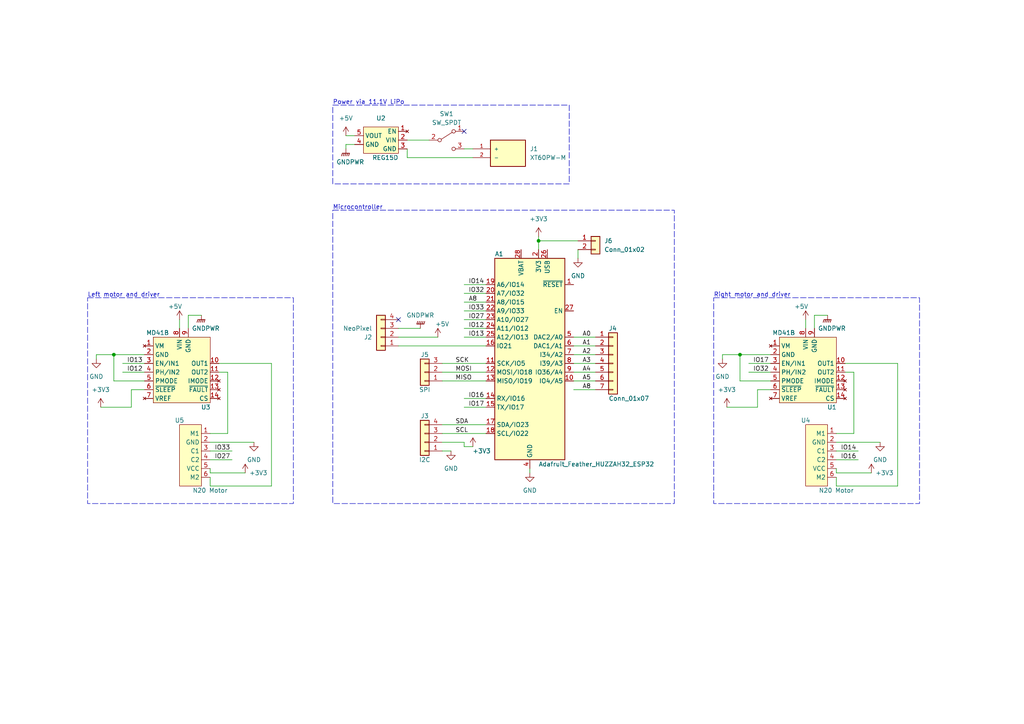
<source format=kicad_sch>
(kicad_sch (version 20230121) (generator eeschema)
  (paper "A4")
  (lib_symbols
    (symbol "Connector_Generic:Conn_01x02" (pin_names (offset 1.016) hide)
      (property "Reference" "J" (at 0 2.54 0))
      (property "Value" "Conn_01x02" (at 0 -5.08 0))
      (symbol "Conn_01x02_1_1"
        (rectangle (start -1.27 -2.413) (end 0 -2.667) (stroke (width 0.1524)))
        (rectangle (start -1.27 0.127) (end 0 -0.127) (stroke (width 0.1524)))
        (rectangle (start -1.27 1.27) (end 1.27 -3.81) (stroke (width 0.254)) (fill (type background)))
        (pin passive line (at -5.08 0 0) (length 3.81) (name "Pin_1") (number "1"))
        (pin passive line (at -5.08 -2.54 0) (length 3.81) (name "Pin_2") (number "2"))
      )
    )
    (symbol "Connector_Generic:Conn_01x03" (pin_names (offset 1.016) hide)
      (property "Reference" "J" (at 0 5.08 0))
      (property "Value" "Conn_01x03" (at 0 -5.08 0))
      (symbol "Conn_01x03_1_1"
        (rectangle (start -1.27 -2.413) (end 0 -2.667) (stroke (width 0.1524)))
        (rectangle (start -1.27 0.127) (end 0 -0.127) (stroke (width 0.1524)))
        (rectangle (start -1.27 2.667) (end 0 2.413) (stroke (width 0.1524)))
        (rectangle (start -1.27 3.81) (end 1.27 -3.81) (stroke (width 0.254)) (fill (type background)))
        (pin passive line (at -5.08 2.54 0) (length 3.81) (name "Pin_1") (number "1"))
        (pin passive line (at -5.08 0 0) (length 3.81) (name "Pin_2") (number "2"))
        (pin passive line (at -5.08 -2.54 0) (length 3.81) (name "Pin_3") (number "3"))
      )
    )
    (symbol "Connector_Generic:Conn_01x04" (pin_names (offset 1.016) hide)
      (property "Reference" "J" (at 0 5.08 0))
      (property "Value" "Conn_01x04" (at 0 -7.62 0))
      (symbol "Conn_01x04_1_1"
        (rectangle (start -1.27 -4.953) (end 0 -5.207) (stroke (width 0.1524)))
        (rectangle (start -1.27 -2.413) (end 0 -2.667) (stroke (width 0.1524)))
        (rectangle (start -1.27 0.127) (end 0 -0.127) (stroke (width 0.1524)))
        (rectangle (start -1.27 2.667) (end 0 2.413) (stroke (width 0.1524)))
        (rectangle (start -1.27 3.81) (end 1.27 -6.35) (stroke (width 0.254)) (fill (type background)))
        (pin passive line (at -5.08 2.54 0) (length 3.81) (name "Pin_1") (number "1"))
        (pin passive line (at -5.08 0 0) (length 3.81) (name "Pin_2") (number "2"))
        (pin passive line (at -5.08 -2.54 0) (length 3.81) (name "Pin_3") (number "3"))
        (pin passive line (at -5.08 -5.08 0) (length 3.81) (name "Pin_4") (number "4"))
      )
    )
    (symbol "Connector_Generic:Conn_01x07" (pin_names (offset 1.016) hide)
      (property "Reference" "J" (at 0 10.16 0))
      (property "Value" "Conn_01x07" (at 0 -10.16 0))
      (symbol "Conn_01x07_1_1"
        (rectangle (start -1.27 -7.493) (end 0 -7.747) (stroke (width 0.1524)))
        (rectangle (start -1.27 -4.953) (end 0 -5.207) (stroke (width 0.1524)))
        (rectangle (start -1.27 -2.413) (end 0 -2.667) (stroke (width 0.1524)))
        (rectangle (start -1.27 0.127) (end 0 -0.127) (stroke (width 0.1524)))
        (rectangle (start -1.27 2.667) (end 0 2.413) (stroke (width 0.1524)))
        (rectangle (start -1.27 5.207) (end 0 4.953) (stroke (width 0.1524)))
        (rectangle (start -1.27 7.747) (end 0 7.493) (stroke (width 0.1524)))
        (rectangle (start -1.27 8.89) (end 1.27 -8.89) (stroke (width 0.254)) (fill (type background)))
        (pin passive line (at -5.08 7.62 0) (length 3.81) (name "Pin_1") (number "1"))
        (pin passive line (at -5.08 5.08 0) (length 3.81) (name "Pin_2") (number "2"))
        (pin passive line (at -5.08 2.54 0) (length 3.81) (name "Pin_3") (number "3"))
        (pin passive line (at -5.08 0 0) (length 3.81) (name "Pin_4") (number "4"))
        (pin passive line (at -5.08 -2.54 0) (length 3.81) (name "Pin_5") (number "5"))
        (pin passive line (at -5.08 -5.08 0) (length 3.81) (name "Pin_6") (number "6"))
        (pin passive line (at -5.08 -7.62 0) (length 3.81) (name "Pin_7") (number "7"))
      )
    )
    (symbol "MCU_Adafruit:Adafruit_Feather_HUZZAH32_ESP32"
      (property "Reference" "A" (at -10.16 29.21 0))
      (property "Value" "Adafruit_Feather_HUZZAH32_ESP32" (at 2.54 -31.75 0))
      (symbol "Adafruit_Feather_HUZZAH32_ESP32_0_1"
        (rectangle (start -10.16 27.94) (end 10.16 -30.48) (stroke (width 0.254)) (fill (type background)))
      )
      (symbol "Adafruit_Feather_HUZZAH32_ESP32_1_1"
        (pin input line (at 12.7 20.32 180) (length 2.54) (name "~{RESET}") (number "1"))
        (pin bidirectional line (at 12.7 -7.62 180) (length 2.54) (name "IO4/A5") (number "10"))
        (pin bidirectional line (at -12.7 -2.54 0) (length 2.54) (name "SCK/IO5") (number "11"))
        (pin bidirectional line (at -12.7 -5.08 0) (length 2.54) (name "MOSI/IO18") (number "12"))
        (pin bidirectional line (at -12.7 -7.62 0) (length 2.54) (name "MISO/IO19") (number "13"))
        (pin bidirectional line (at -12.7 -12.7 0) (length 2.54) (name "RX/IO16") (number "14"))
        (pin bidirectional line (at -12.7 -15.24 0) (length 2.54) (name "TX/IO17") (number "15"))
        (pin bidirectional line (at -12.7 2.54 0) (length 2.54) (name "IO21") (number "16"))
        (pin bidirectional line (at -12.7 -20.32 0) (length 2.54) (name "SDA/IO23") (number "17"))
        (pin bidirectional line (at -12.7 -22.86 0) (length 2.54) (name "SCL/IO22") (number "18"))
        (pin bidirectional line (at -12.7 20.32 0) (length 2.54) (name "A6/IO14") (number "19"))
        (pin power_in line (at 2.54 30.48 270) (length 2.54) (name "3V3") (number "2"))
        (pin bidirectional line (at -12.7 17.78 0) (length 2.54) (name "A7/IO32") (number "20"))
        (pin bidirectional line (at -12.7 15.24 0) (length 2.54) (name "A8/IO15") (number "21"))
        (pin bidirectional line (at -12.7 12.7 0) (length 2.54) (name "A9/IO33") (number "22"))
        (pin bidirectional line (at -12.7 10.16 0) (length 2.54) (name "A10/IO27") (number "23"))
        (pin bidirectional line (at -12.7 7.62 0) (length 2.54) (name "A11/IO12") (number "24"))
        (pin bidirectional line (at -12.7 5.08 0) (length 2.54) (name "A12/IO13") (number "25"))
        (pin power_in line (at 5.08 30.48 270) (length 2.54) (name "USB") (number "26"))
        (pin input line (at 12.7 12.7 180) (length 2.54) (name "EN") (number "27"))
        (pin power_in line (at -2.54 30.48 270) (length 2.54) (name "VBAT") (number "28"))
        (pin no_connect line (at 10.16 10.16 180) (length 2.54) hide (name "NC") (number "3"))
        (pin power_in line (at 0 -33.02 90) (length 2.54) (name "GND") (number "4"))
        (pin bidirectional line (at 12.7 5.08 180) (length 2.54) (name "DAC2/A0") (number "5"))
        (pin bidirectional line (at 12.7 2.54 180) (length 2.54) (name "DAC1/A1") (number "6"))
        (pin bidirectional line (at 12.7 0 180) (length 2.54) (name "I34/A2") (number "7"))
        (pin bidirectional line (at 12.7 -2.54 180) (length 2.54) (name "I39/A3") (number "8"))
        (pin bidirectional line (at 12.7 -5.08 180) (length 2.54) (name "IO36/A4") (number "9"))
      )
    )
    (symbol "Switch:SW_SPDT" (pin_names (offset 0) hide)
      (property "Reference" "SW" (at 0 4.318 0))
      (property "Value" "SW_SPDT" (at 0 -5.08 0))
      (symbol "SW_SPDT_0_0"
        (circle (center -2.032 0) (radius 0.508))
        (circle (center 2.032 -2.54) (radius 0.508))
      )
      (symbol "SW_SPDT_0_1"
        (polyline (pts (xy -1.524 0.254) (xy 1.651 2.286)))
        (circle (center 2.032 2.54) (radius 0.508))
      )
      (symbol "SW_SPDT_1_1"
        (pin passive line (at 5.08 2.54 180) (length 2.54) (name "A") (number "1"))
        (pin passive line (at -5.08 0 0) (length 2.54) (name "B") (number "2"))
        (pin passive line (at 5.08 -2.54 180) (length 2.54) (name "C") (number "3"))
      )
    )
    (symbol "XT60PW-M:XT60PW-M" (pin_names (offset 1.016))
      (property "Reference" "J" (at -5.08 5.7234 0))
      (property "Value" "XT60PW-M" (at -5.08 -5.0923 0))
      (symbol "XT60PW-M_0_0"
        (rectangle (start -5.08 -2.54) (end 5.08 5.08) (stroke (width 0.254)) (fill (type background)))
        (pin passive line (at -10.16 2.54 0) (length 5.08) (name "+") (number "1"))
        (pin passive line (at -10.16 0 0) (length 5.08) (name "-") (number "2"))
      )
    )
    (symbol "power:+3V3" (power) (pin_names (offset 0))
      (property "Value" "+3V3" (at 0 3.556 0))
      (symbol "+3V3_0_1"
        (polyline (pts (xy -0.762 1.27) (xy 0 2.54)))
        (polyline (pts (xy 0 0) (xy 0 2.54)))
        (polyline (pts (xy 0 2.54) (xy 0.762 1.27)))
      )
      (symbol "+3V3_1_1"
        (pin power_in line (at 0 0 90) (length 0) hide (name "+3V3") (number "1"))
      )
    )
    (symbol "power:+5V" (power) (pin_names (offset 0))
      (property "Value" "+5V" (at 0 3.556 0))
      (symbol "+5V_0_1"
        (polyline (pts (xy -0.762 1.27) (xy 0 2.54)))
        (polyline (pts (xy 0 0) (xy 0 2.54)))
        (polyline (pts (xy 0 2.54) (xy 0.762 1.27)))
      )
      (symbol "+5V_1_1"
        (pin power_in line (at 0 0 90) (length 0) hide (name "+5V") (number "1"))
      )
    )
    (symbol "power:GND" (power) (pin_names (offset 0))
      (property "Value" "GND" (at 0 -3.81 0))
      (symbol "GND_0_1"
        (polyline (pts (xy 0 0) (xy 0 -1.27) (xy 1.27 -1.27) (xy 0 -2.54) (xy -1.27 -1.27) (xy 0 -1.27)))
      )
      (symbol "GND_1_1"
        (pin power_in line (at 0 0 270) (length 0) hide (name "GND") (number "1"))
      )
    )
    (symbol "power:GNDPWR" (power) (pin_names (offset 0))
      (property "Value" "GNDPWR" (at 0 -3.302 0))
      (symbol "GNDPWR_0_1"
        (polyline (pts (xy 0 -1.27) (xy 0 0)))
        (polyline (pts (xy -1.016 -1.27) (xy -1.27 -2.032) (xy -1.27 -2.032)) (stroke (width 0.2032)))
        (polyline (pts (xy -0.508 -1.27) (xy -0.762 -2.032) (xy -0.762 -2.032)) (stroke (width 0.2032)))
        (polyline (pts (xy 0 -1.27) (xy -0.254 -2.032) (xy -0.254 -2.032)) (stroke (width 0.2032)))
        (polyline (pts (xy 0.508 -1.27) (xy 0.254 -2.032) (xy 0.254 -2.032)) (stroke (width 0.2032)))
        (polyline (pts (xy 1.016 -1.27) (xy -1.016 -1.27) (xy -1.016 -1.27)) (stroke (width 0.2032)))
        (polyline (pts (xy 1.016 -1.27) (xy 0.762 -2.032) (xy 0.762 -2.032) (xy 0.762 -2.032)) (stroke (width 0.2032)))
      )
      (symbol "GNDPWR_1_1"
        (pin power_in line (at 0 0 270) (length 0) hide (name "GNDPWR") (number "1"))
      )
    )
    (symbol "vango_lib:MD41B"
      (property "Reference" "U" (at -8.89 10.16 0))
      (symbol "MD41B_1_1"
        (polyline (pts (xy -8.89 8.89) (xy 7.62 8.89) (xy 7.62 -10.16) (xy -8.89 -10.16) (xy -8.89 8.89)) (fill (type background)))
        (pin no_connect line (at -11.43 6.35 0) (length 2.54) (name "VM") (number "1"))
        (pin power_out line (at 10.16 1.27 180) (length 2.54) (name "OUT1") (number "10"))
        (pin power_out line (at 10.16 -1.27 180) (length 2.54) (name "OUT2") (number "11"))
        (pin no_connect line (at 10.16 -3.81 180) (length 2.54) (name "IMODE") (number "12"))
        (pin no_connect line (at 10.16 -6.35 180) (length 2.54) (name "~{FAULT}") (number "13"))
        (pin no_connect line (at 10.16 -8.89 180) (length 2.54) (name "CS") (number "14"))
        (pin passive line (at -11.43 3.81 0) (length 2.54) (name "GND") (number "2"))
        (pin input line (at -11.43 1.27 0) (length 2.54) (name "EN/IN1") (number "3"))
        (pin input line (at -11.43 -1.27 0) (length 2.54) (name "PH/IN2") (number "4"))
        (pin passive line (at -11.43 -3.81 0) (length 2.54) (name "PMODE") (number "5"))
        (pin input line (at -11.43 -6.35 0) (length 2.54) (name "~{SLEEP}") (number "6"))
        (pin no_connect line (at -11.43 -8.89 0) (length 2.54) (name "VREF") (number "7"))
        (pin power_in line (at -1.27 11.43 270) (length 2.54) (name "VIN") (number "8"))
        (pin passive line (at 1.27 11.43 270) (length 2.54) (name "GND") (number "9"))
      )
    )
    (symbol "vango_lib:N20_motor"
      (property "Reference" "U" (at -2.54 7.62 0))
      (symbol "N20_motor_1_1"
        (polyline (pts (xy 2.54 6.35) (xy -3.81 6.35) (xy -3.81 -11.43) (xy 2.54 -11.43) (xy 2.54 6.35)) (fill (type background)))
        (pin power_in line (at 5.08 3.81 180) (length 2.54) (name "M1") (number "1"))
        (pin power_in line (at 5.08 1.27 180) (length 2.54) (name "GND") (number "2"))
        (pin output line (at 5.08 -1.27 180) (length 2.54) (name "C1") (number "3"))
        (pin output line (at 5.08 -3.81 180) (length 2.54) (name "C2") (number "4"))
        (pin output line (at 5.08 -6.35 180) (length 2.54) (name "VCC") (number "5"))
        (pin power_in line (at 5.08 -8.89 180) (length 2.54) (name "M2") (number "6"))
      )
    )
    (symbol "vango_lib:REG15D"
      (property "Reference" "U2" (at 0 6.35 0))
      (property "Value" "~" (at 0 -1.27 0))
      (symbol "REG15D_1_1"
        (polyline (pts (xy 5.08 -3.81) (xy -5.08 -3.81) (xy -5.08 3.81) (xy 5.08 3.81) (xy 5.08 -3.81)) (fill (type background)))
        (pin no_connect line (at 7.62 2.54 180) (length 2.54) (name "EN") (number "1"))
        (pin power_in line (at 7.62 0 180) (length 2.54) (name "VIN") (number "2"))
        (pin power_in line (at 7.62 -2.54 180) (length 2.54) (name "GND") (number "3"))
        (pin power_out line (at -7.62 -1.27 0) (length 2.54) (name "GND") (number "4"))
        (pin power_out line (at -7.62 1.27 0) (length 2.54) (name "VOUT") (number "5"))
      )
    )
  )
  (junction (at 214.63 102.87))
  (junction (at 156.21 69.85))
  (junction (at 33.02 102.87))
  (no_connect (at 115.57 92.71))
  (no_connect (at 134.62 38.1))
  (wire (pts (xy 166.37 105.41) (xy 172.72 105.41)))
  (wire (pts (xy 134.62 129.54) (xy 137.16 129.54)))
  (wire (pts (xy 167.64 69.85) (xy 156.21 69.85)))
  (wire (pts (xy 33.02 102.87) (xy 41.91 102.87)))
  (wire (pts (xy 236.22 95.25) (xy 236.22 91.44)))
  (wire (pts (xy 33.02 110.49) (xy 33.02 102.87)))
  (wire (pts (xy 134.62 92.71) (xy 140.97 92.71)))
  (wire (pts (xy 214.63 110.49) (xy 214.63 102.87)))
  (wire (pts (xy 121.92 95.25) (xy 115.57 95.25)))
  (wire (pts (xy 134.62 129.54) (xy 134.62 128.27)))
  (wire (pts (xy 60.96 133.35) (xy 67.31 133.35)))
  (wire (pts (xy 242.57 135.89) (xy 242.57 137.16)))
  (wire (pts (xy 219.71 113.03) (xy 219.71 118.11)))
  (wire (pts (xy 134.62 128.27) (xy 128.27 128.27)))
  (wire (pts (xy 128.27 130.81) (xy 130.81 130.81)))
  (wire (pts (xy 127 97.79) (xy 115.57 97.79)))
  (wire (pts (xy 60.96 125.73) (xy 66.04 125.73)))
  (wire (pts (xy 128.27 107.95) (xy 140.97 107.95)))
  (wire (pts (xy 60.96 140.97) (xy 78.74 140.97)))
  (wire (pts (xy 223.52 110.49) (xy 214.63 110.49)))
  (wire (pts (xy 60.96 137.16) (xy 71.12 137.16)))
  (wire (pts (xy 41.91 113.03) (xy 38.1 113.03)))
  (wire (pts (xy 128.27 123.19) (xy 140.97 123.19)))
  (wire (pts (xy 35.56 107.95) (xy 41.91 107.95)))
  (wire (pts (xy 167.64 72.39) (xy 167.64 74.93)))
  (wire (pts (xy 156.21 69.85) (xy 156.21 72.39)))
  (wire (pts (xy 66.04 125.73) (xy 66.04 107.95)))
  (wire (pts (xy 78.74 140.97) (xy 78.74 105.41)))
  (wire (pts (xy 242.57 125.73) (xy 247.65 125.73)))
  (wire (pts (xy 209.55 104.14) (xy 209.55 102.87)))
  (wire (pts (xy 78.74 105.41) (xy 63.5 105.41)))
  (wire (pts (xy 166.37 113.03) (xy 172.72 113.03)))
  (wire (pts (xy 100.33 41.91) (xy 102.87 41.91)))
  (wire (pts (xy 134.62 95.25) (xy 140.97 95.25)))
  (wire (pts (xy 27.94 102.87) (xy 33.02 102.87)))
  (wire (pts (xy 41.91 110.49) (xy 33.02 110.49)))
  (wire (pts (xy 242.57 140.97) (xy 260.35 140.97)))
  (wire (pts (xy 60.96 135.89) (xy 60.96 137.16)))
  (wire (pts (xy 60.96 130.81) (xy 67.31 130.81)))
  (wire (pts (xy 242.57 130.81) (xy 248.92 130.81)))
  (wire (pts (xy 260.35 105.41) (xy 245.11 105.41)))
  (wire (pts (xy 233.68 92.71) (xy 233.68 95.25)))
  (wire (pts (xy 134.62 90.17) (xy 140.97 90.17)))
  (wire (pts (xy 134.62 118.11) (xy 140.97 118.11)))
  (wire (pts (xy 242.57 128.27) (xy 255.27 128.27)))
  (wire (pts (xy 38.1 118.11) (xy 29.21 118.11)))
  (wire (pts (xy 242.57 137.16) (xy 252.73 137.16)))
  (wire (pts (xy 134.62 85.09) (xy 140.97 85.09)))
  (wire (pts (xy 134.62 115.57) (xy 140.97 115.57)))
  (wire (pts (xy 153.67 135.89) (xy 153.67 137.16)))
  (wire (pts (xy 166.37 102.87) (xy 172.72 102.87)))
  (wire (pts (xy 128.27 105.41) (xy 140.97 105.41)))
  (wire (pts (xy 54.61 91.44) (xy 58.42 91.44)))
  (wire (pts (xy 166.37 100.33) (xy 172.72 100.33)))
  (wire (pts (xy 134.62 82.55) (xy 140.97 82.55)))
  (wire (pts (xy 242.57 140.97) (xy 242.57 138.43)))
  (wire (pts (xy 134.62 43.18) (xy 137.16 43.18)))
  (wire (pts (xy 118.11 45.72) (xy 137.16 45.72)))
  (wire (pts (xy 54.61 95.25) (xy 54.61 91.44)))
  (wire (pts (xy 214.63 102.87) (xy 223.52 102.87)))
  (wire (pts (xy 66.04 107.95) (xy 63.5 107.95)))
  (wire (pts (xy 115.57 100.33) (xy 140.97 100.33)))
  (wire (pts (xy 134.62 87.63) (xy 140.97 87.63)))
  (wire (pts (xy 166.37 110.49) (xy 172.72 110.49)))
  (wire (pts (xy 236.22 91.44) (xy 240.03 91.44)))
  (wire (pts (xy 118.11 43.18) (xy 118.11 45.72)))
  (wire (pts (xy 100.33 43.18) (xy 100.33 41.91)))
  (wire (pts (xy 134.62 97.79) (xy 140.97 97.79)))
  (wire (pts (xy 27.94 104.14) (xy 27.94 102.87)))
  (wire (pts (xy 223.52 113.03) (xy 219.71 113.03)))
  (wire (pts (xy 128.27 125.73) (xy 140.97 125.73)))
  (wire (pts (xy 166.37 107.95) (xy 172.72 107.95)))
  (wire (pts (xy 247.65 125.73) (xy 247.65 107.95)))
  (wire (pts (xy 100.33 39.37) (xy 102.87 39.37)))
  (wire (pts (xy 209.55 102.87) (xy 214.63 102.87)))
  (wire (pts (xy 38.1 113.03) (xy 38.1 118.11)))
  (wire (pts (xy 247.65 107.95) (xy 245.11 107.95)))
  (wire (pts (xy 217.17 105.41) (xy 223.52 105.41)))
  (wire (pts (xy 60.96 128.27) (xy 73.66 128.27)))
  (wire (pts (xy 156.21 68.58) (xy 156.21 69.85)))
  (wire (pts (xy 219.71 118.11) (xy 210.82 118.11)))
  (wire (pts (xy 242.57 133.35) (xy 248.92 133.35)))
  (wire (pts (xy 128.27 110.49) (xy 140.97 110.49)))
  (wire (pts (xy 118.11 40.64) (xy 124.46 40.64)))
  (wire (pts (xy 260.35 140.97) (xy 260.35 105.41)))
  (wire (pts (xy 52.07 92.71) (xy 52.07 95.25)))
  (wire (pts (xy 166.37 97.79) (xy 172.72 97.79)))
  (wire (pts (xy 60.96 140.97) (xy 60.96 138.43)))
  (wire (pts (xy 35.56 105.41) (xy 41.91 105.41)))
  (wire (pts (xy 217.17 107.95) (xy 223.52 107.95)))
  (rectangle (start 207.01 86.36) (end 266.7 146.05) (stroke (width 0) (type dash)))
  (rectangle (start 96.52 30.48) (end 165.1 53.34) (stroke (width 0) (type dash)))
  (rectangle (start 96.52 60.96) (end 195.58 146.05) (stroke (width 0) (type dash)))
  (rectangle (start 25.4 86.36) (end 85.09 146.05) (stroke (width 0) (type dash)))
  (text "Right motor and driver" (at 207.01 86.36 0) (effects (font (size 1.27 1.27)) (justify left bottom)))
  (text "Left motor and driver" (at 25.4 86.36 0) (effects (font (size 1.27 1.27)) (justify left bottom)))
  (text "Power via 11.1V LiPo" (at 96.52 30.48 0) (effects (font (size 1.27 1.27)) (justify left bottom)))
  (text "Microcontroller" (at 96.52 60.96 0) (effects (font (size 1.27 1.27)) (justify left bottom)))
  (label "A0" (at 168.91 97.79 0))
  (label "A8" (at 168.91 113.03 0))
  (label "A5" (at 168.91 110.49 0))
  (label "A4" (at 168.91 107.95 0))
  (label "IO27" (at 62.23 133.35 0))
  (label "IO32" (at 218.44 107.95 0))
  (label "IO17" (at 218.44 105.41 0))
  (label "MOSI" (at 132.08 107.95 0))
  (label "IO16" (at 243.84 133.35 0))
  (label "IO13" (at 36.83 105.41 0))
  (label "A1" (at 168.91 100.33 0))
  (label "MISO" (at 132.08 110.49 0))
  (label "IO14" (at 135.89 82.55 0))
  (label "IO27" (at 135.89 92.71 0))
  (label "IO16" (at 135.89 115.57 0))
  (label "IO14" (at 243.84 130.81 0))
  (label "A8" (at 135.89 87.63 0))
  (label "IO13" (at 135.89 97.79 0))
  (label "A3" (at 168.91 105.41 0))
  (label "IO32" (at 135.89 85.09 0))
  (label "IO17" (at 135.89 118.11 0))
  (label "IO33" (at 135.89 90.17 0))
  (label "IO12" (at 135.89 95.25 0))
  (label "SCL" (at 132.08 125.73 0))
  (label "SDA" (at 132.08 123.19 0))
  (label "SCK" (at 132.08 105.41 0))
  (label "A2" (at 168.91 102.87 0))
  (label "IO33" (at 62.23 130.81 0))
  (label "IO12" (at 36.83 107.95 0))
  (symbol (lib_id "power:GND") (at 73.66 128.27 0) (unit 1)
    (property "Reference" "#PWR016" (effects hide))
    (property "Value" "GND" (at 73.66 133.35 0))
  )
  (symbol (lib_id "Connector_Generic:Conn_01x07") (at 177.8 105.41 0) (unit 1)
    (property "Reference" "J4" (at 176.53 95.25 0) (effects (justify left)))
    (property "Value" "Conn_01x07" (at 176.53 115.57 0) (effects (justify left)))
    (property "Footprint" "Connector_PinHeader_2.54mm:PinHeader_1x07_P2.54mm_Vertical" (effects hide))
  )
  (symbol (lib_id "XT60PW-M:XT60PW-M") (at 147.32 45.72 0) (unit 1)
    (property "Reference" "J1" (at 153.67 43.18 0) (effects (justify left)))
    (property "Value" "XT60PW-M" (at 153.67 45.72 0) (effects (justify left)))
    (property "Footprint" "Connector_AMASS:AMASS_XT60IPW-M_1x03_P7.20mm_Horizontal" (effects hide))
    (property "PARTREV" "V1.2" (effects hide))
    (property "MANUFACTURER" "AMASS" (effects hide))
    (property "MAXIMUM_PACKAGE_HEIGHT" "8.4 mm" (effects hide))
    (property "STANDARD" "Manufacturer recommendations" (effects hide))
  )
  (symbol (lib_id "power:GNDPWR") (at 121.92 95.25 180) (unit 1)
    (property "Reference" "#PWR018" (effects hide))
    (property "Value" "GNDPWR" (at 121.92 91.44 0))
  )
  (symbol (lib_id "Switch:SW_SPDT") (at 129.54 40.64 0) (unit 1)
    (property "Reference" "SW1" (at 129.54 33.02 0))
    (property "Value" "SW_SPDT" (at 129.54 35.56 0))
    (property "Footprint" "Connector_PinHeader_2.54mm:PinHeader_1x03_P2.54mm_Vertical" (effects hide))
  )
  (symbol (lib_id "power:GNDPWR") (at 58.42 91.44 0) (unit 1)
    (property "Reference" "#PWR014" (effects hide))
    (property "Value" "GNDPWR" (at 59.69 95.25 0))
  )
  (symbol (lib_id "power:GND") (at 255.27 128.27 0) (unit 1)
    (property "Reference" "#PWR07" (effects hide))
    (property "Value" "GND" (at 255.27 133.35 0))
  )
  (symbol (lib_id "power:+5V") (at 100.33 39.37 0) (unit 1)
    (property "Reference" "#PWR01" (effects hide))
    (property "Value" "+5V" (at 100.33 34.29 0))
  )
  (symbol (lib_id "power:GND") (at 130.81 130.81 0) (unit 1)
    (property "Reference" "#PWR019" (effects hide))
    (property "Value" "GND" (at 130.81 135.89 0))
  )
  (symbol (lib_id "vango_lib:REG15D") (at 110.49 40.64 0) (unit 1)
    (property "Reference" "U2" (at 110.49 34.29 0))
    (property "Value" "REG15D" (at 111.76 45.72 0))
    (property "Footprint" "vango_fplib:REG15D" (effects hide))
  )
  (symbol (lib_id "vango_lib:MD41B") (at 234.95 106.68 0) (unit 1)
    (property "Reference" "U1" (at 241.3 118.11 0))
    (property "Value" "MD41B" (at 227.33 96.52 0))
    (property "Footprint" "vango_fplib:MD41B" (effects hide))
  )
  (symbol (lib_id "vango_lib:N20_motor") (at 237.49 129.54 0) (unit 1)
    (property "Reference" "U4" (at 233.68 121.92 0))
    (property "Value" "N20 Motor" (at 242.57 142.24 0))
    (property "Footprint" "vango_fplib:N20_motor" (effects hide))
  )
  (symbol (lib_id "power:+5V") (at 127 97.79 0) (unit 1)
    (property "Reference" "#PWR017" (effects hide))
    (property "Value" "+5V" (at 128.27 93.98 0))
  )
  (symbol (lib_id "power:GNDPWR") (at 100.33 43.18 0) (unit 1)
    (property "Reference" "#PWR02" (effects hide))
    (property "Value" "GNDPWR" (at 101.6 46.99 0))
  )
  (symbol (lib_id "power:GNDPWR") (at 240.03 91.44 0) (unit 1)
    (property "Reference" "#PWR011" (effects hide))
    (property "Value" "GNDPWR" (at 241.3 95.25 0))
  )
  (symbol (lib_id "Connector_Generic:Conn_01x04") (at 110.49 97.79 180) (unit 1)
    (property "Reference" "J2" (at 107.95 97.79 0) (effects (justify left)))
    (property "Value" "NeoPixel" (at 107.95 95.25 0) (effects (justify left)))
    (property "Footprint" "Connector_PinSocket_2.54mm:PinSocket_1x04_P2.54mm_Vertical" (effects hide))
  )
  (symbol (lib_id "power:+3V3") (at 210.82 118.11 0) (unit 1)
    (property "Reference" "#PWR010" (effects hide))
    (property "Value" "+3V3" (at 210.82 113.03 0))
  )
  (symbol (lib_id "power:GND") (at 153.67 137.16 0) (unit 1)
    (property "Reference" "#PWR06" (effects hide))
    (property "Value" "GND" (at 153.67 142.24 0))
  )
  (symbol (lib_id "power:+3V3") (at 252.73 137.16 0) (unit 1)
    (property "Reference" "#PWR09" (effects hide))
    (property "Value" "+3V3" (at 256.54 137.16 0))
  )
  (symbol (lib_id "Connector_Generic:Conn_01x02") (at 172.72 69.85 0) (unit 1)
    (property "Reference" "J6" (at 175.26 69.85 0) (effects (justify left)))
    (property "Value" "Conn_01x02" (at 175.26 72.39 0) (effects (justify left)))
    (property "Footprint" "Connector_PinHeader_2.54mm:PinHeader_1x02_P2.54mm_Vertical" (effects hide))
  )
  (symbol (lib_id "power:+3V3") (at 29.21 118.11 0) (unit 1)
    (property "Reference" "#PWR012" (effects hide))
    (property "Value" "+3V3" (at 29.21 113.03 0))
  )
  (symbol (lib_id "vango_lib:N20_motor") (at 55.88 129.54 0) (unit 1)
    (property "Reference" "U5" (at 52.07 121.92 0))
    (property "Value" "N20 Motor" (at 60.96 142.24 0))
    (property "Footprint" "vango_fplib:N20_motor" (effects hide))
  )
  (symbol (lib_id "power:GND") (at 27.94 104.14 0) (unit 1)
    (property "Reference" "#PWR08" (effects hide))
    (property "Value" "GND" (at 27.94 109.22 0))
  )
  (symbol (lib_id "MCU_Adafruit:Adafruit_Feather_HUZZAH32_ESP32") (at 153.67 102.87 0) (unit 1)
    (property "Reference" "A1" (at 143.51 73.66 0) (effects (justify left)))
    (property "Value" "Adafruit_Feather_HUZZAH32_ESP32" (at 156.21 134.62 0) (effects (justify left)))
    (property "Footprint" "Module:Adafruit_Feather" (effects hide))
    (property "Datasheet" "https://cdn-learn.adafruit.com/downloads/pdf/adafruit-huzzah32-esp32-feather.pdf" (effects hide))
  )
  (symbol (lib_id "power:GND") (at 167.64 74.93 0) (unit 1)
    (property "Reference" "#PWR021" (effects hide))
    (property "Value" "GND" (at 167.64 80.01 0))
  )
  (symbol (lib_id "power:GND") (at 209.55 104.14 0) (unit 1)
    (property "Reference" "#PWR04" (effects hide))
    (property "Value" "GND" (at 209.55 109.22 0))
  )
  (symbol (lib_id "Connector_Generic:Conn_01x03") (at 123.19 107.95 180) (unit 1)
    (property "Reference" "J5" (at 123.19 102.87 0))
    (property "Value" "SPI" (at 123.19 113.03 0))
    (property "Footprint" "Connector_PinSocket_2.54mm:PinSocket_1x03_P2.54mm_Vertical" (effects hide))
  )
  (symbol (lib_id "Connector_Generic:Conn_01x04") (at 123.19 128.27 180) (unit 1)
    (property "Reference" "J3" (at 123.19 120.65 0))
    (property "Value" "I2C" (at 123.19 133.35 0))
    (property "Footprint" "Connector_PinSocket_2.54mm:PinSocket_1x04_P2.54mm_Vertical" (effects hide))
  )
  (symbol (lib_id "power:+3V3") (at 137.16 129.54 0) (unit 1)
    (property "Reference" "#PWR020" (effects hide))
    (property "Value" "+3V3" (at 139.7 130.81 0))
  )
  (symbol (lib_id "vango_lib:MD41B") (at 53.34 106.68 0) (unit 1)
    (property "Reference" "U3" (at 59.69 118.11 0))
    (property "Value" "MD41B" (at 45.72 96.52 0))
    (property "Footprint" "vango_fplib:MD41B" (effects hide))
  )
  (symbol (lib_id "power:+5V") (at 52.07 92.71 0) (unit 1)
    (property "Reference" "#PWR013" (effects hide))
    (property "Value" "+5V" (at 50.8 88.9 0))
  )
  (symbol (lib_id "power:+3V3") (at 156.21 68.58 0) (unit 1)
    (property "Reference" "#PWR05" (effects hide))
    (property "Value" "+3V3" (at 156.21 63.5 0))
  )
  (symbol (lib_id "power:+5V") (at 233.68 92.71 0) (unit 1)
    (property "Reference" "#PWR03" (effects hide))
    (property "Value" "+5V" (at 232.41 88.9 0))
  )
  (symbol (lib_id "power:+3V3") (at 71.12 137.16 0) (unit 1)
    (property "Reference" "#PWR015" (effects hide))
    (property "Value" "+3V3" (at 74.93 137.16 0))
  )
)
</source>
